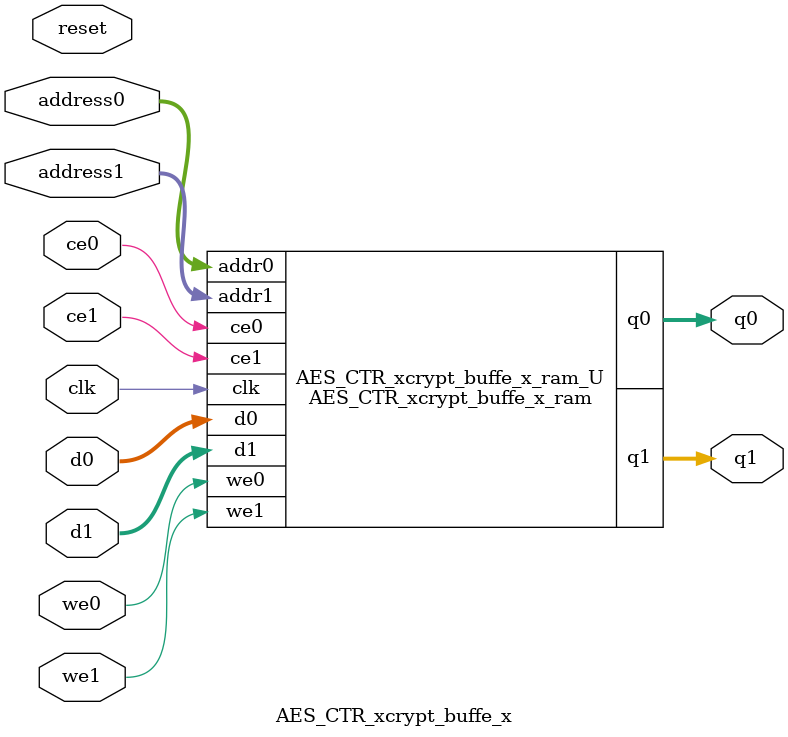
<source format=v>
`timescale 1 ns / 1 ps
module AES_CTR_xcrypt_buffe_x_ram (addr0, ce0, d0, we0, q0, addr1, ce1, d1, we1, q1,  clk);

parameter DWIDTH = 8;
parameter AWIDTH = 4;
parameter MEM_SIZE = 16;

input[AWIDTH-1:0] addr0;
input ce0;
input[DWIDTH-1:0] d0;
input we0;
output reg[DWIDTH-1:0] q0;
input[AWIDTH-1:0] addr1;
input ce1;
input[DWIDTH-1:0] d1;
input we1;
output reg[DWIDTH-1:0] q1;
input clk;

(* ram_style = "block" *)reg [DWIDTH-1:0] ram[0:MEM_SIZE-1];




always @(posedge clk)  
begin 
    if (ce0) 
    begin
        if (we0) 
        begin 
            ram[addr0] <= d0; 
        end 
        q0 <= ram[addr0];
    end
end


always @(posedge clk)  
begin 
    if (ce1) 
    begin
        if (we1) 
        begin 
            ram[addr1] <= d1; 
        end 
        q1 <= ram[addr1];
    end
end


endmodule

`timescale 1 ns / 1 ps
module AES_CTR_xcrypt_buffe_x(
    reset,
    clk,
    address0,
    ce0,
    we0,
    d0,
    q0,
    address1,
    ce1,
    we1,
    d1,
    q1);

parameter DataWidth = 32'd8;
parameter AddressRange = 32'd16;
parameter AddressWidth = 32'd4;
input reset;
input clk;
input[AddressWidth - 1:0] address0;
input ce0;
input we0;
input[DataWidth - 1:0] d0;
output[DataWidth - 1:0] q0;
input[AddressWidth - 1:0] address1;
input ce1;
input we1;
input[DataWidth - 1:0] d1;
output[DataWidth - 1:0] q1;



AES_CTR_xcrypt_buffe_x_ram AES_CTR_xcrypt_buffe_x_ram_U(
    .clk( clk ),
    .addr0( address0 ),
    .ce0( ce0 ),
    .we0( we0 ),
    .d0( d0 ),
    .q0( q0 ),
    .addr1( address1 ),
    .ce1( ce1 ),
    .we1( we1 ),
    .d1( d1 ),
    .q1( q1 ));

endmodule


</source>
